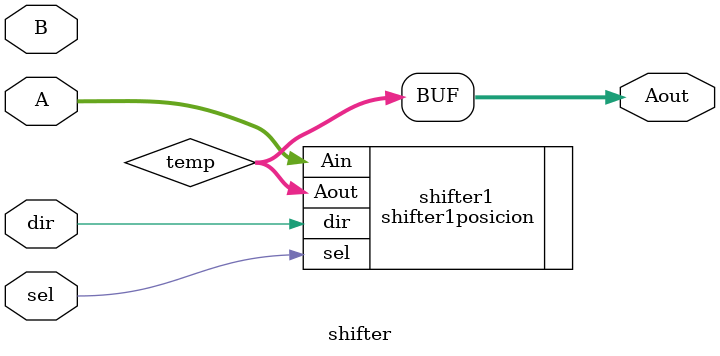
<source format=sv>
module shifter #(parameter N=2, parameter shamt=1)
(input [N-1:0] A,
 input logic [$clog2(N)-1:0] B, 
 input sel, dir,
 output [N-1:0] Aout);

logic [N*shamt-1:0] temp;
shifter1posicion #(.N(N)) shifter1(.Ain(A),.sel(sel),.dir(dir),.Aout(temp[N-1:0]));

genvar i;
generate
	for (i=1; i < shamt; i=i+1) begin: generate_block_identifier		
		 shifter1posicion #(.N(N)) shifter1(.Ain(temp[N*i-1:N*(i-1)]),.sel(sel),.dir(dir),.Aout(temp[N*(i+1)-1:N*i]));
	end
endgenerate
assign Aout = temp[N*shamt-1:(N*shamt)-N];
endmodule 
 
</source>
